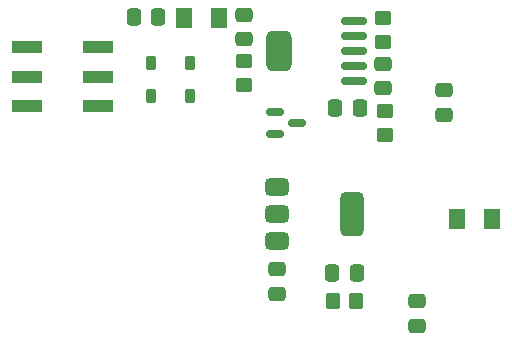
<source format=gbr>
%TF.GenerationSoftware,KiCad,Pcbnew,7.0.11-7.0.11~ubuntu22.04.1*%
%TF.CreationDate,2024-09-07T09:13:53-07:00*%
%TF.ProjectId,battery_pwr_brd_r3,62617474-6572-4795-9f70-77725f627264,rev?*%
%TF.SameCoordinates,Original*%
%TF.FileFunction,Paste,Top*%
%TF.FilePolarity,Positive*%
%FSLAX46Y46*%
G04 Gerber Fmt 4.6, Leading zero omitted, Abs format (unit mm)*
G04 Created by KiCad (PCBNEW 7.0.11-7.0.11~ubuntu22.04.1) date 2024-09-07 09:13:53*
%MOMM*%
%LPD*%
G01*
G04 APERTURE LIST*
G04 Aperture macros list*
%AMRoundRect*
0 Rectangle with rounded corners*
0 $1 Rounding radius*
0 $2 $3 $4 $5 $6 $7 $8 $9 X,Y pos of 4 corners*
0 Add a 4 corners polygon primitive as box body*
4,1,4,$2,$3,$4,$5,$6,$7,$8,$9,$2,$3,0*
0 Add four circle primitives for the rounded corners*
1,1,$1+$1,$2,$3*
1,1,$1+$1,$4,$5*
1,1,$1+$1,$6,$7*
1,1,$1+$1,$8,$9*
0 Add four rect primitives between the rounded corners*
20,1,$1+$1,$2,$3,$4,$5,0*
20,1,$1+$1,$4,$5,$6,$7,0*
20,1,$1+$1,$6,$7,$8,$9,0*
20,1,$1+$1,$8,$9,$2,$3,0*%
G04 Aperture macros list end*
%ADD10RoundRect,0.225000X0.225000X0.375000X-0.225000X0.375000X-0.225000X-0.375000X0.225000X-0.375000X0*%
%ADD11RoundRect,0.250001X-0.462499X-0.624999X0.462499X-0.624999X0.462499X0.624999X-0.462499X0.624999X0*%
%ADD12RoundRect,0.250000X-0.337500X-0.475000X0.337500X-0.475000X0.337500X0.475000X-0.337500X0.475000X0*%
%ADD13R,2.500000X1.000000*%
%ADD14RoundRect,0.250000X0.475000X-0.337500X0.475000X0.337500X-0.475000X0.337500X-0.475000X-0.337500X0*%
%ADD15RoundRect,0.150000X-0.587500X-0.150000X0.587500X-0.150000X0.587500X0.150000X-0.587500X0.150000X0*%
%ADD16RoundRect,0.250000X0.450000X-0.350000X0.450000X0.350000X-0.450000X0.350000X-0.450000X-0.350000X0*%
%ADD17RoundRect,0.250000X-0.450000X0.350000X-0.450000X-0.350000X0.450000X-0.350000X0.450000X0.350000X0*%
%ADD18RoundRect,0.250000X-0.350000X-0.450000X0.350000X-0.450000X0.350000X0.450000X-0.350000X0.450000X0*%
%ADD19RoundRect,0.250001X0.462499X0.624999X-0.462499X0.624999X-0.462499X-0.624999X0.462499X-0.624999X0*%
%ADD20RoundRect,0.250000X-0.475000X0.337500X-0.475000X-0.337500X0.475000X-0.337500X0.475000X0.337500X0*%
%ADD21RoundRect,0.375000X-0.625000X-0.375000X0.625000X-0.375000X0.625000X0.375000X-0.625000X0.375000X0*%
%ADD22RoundRect,0.500000X-0.500000X-1.400000X0.500000X-1.400000X0.500000X1.400000X-0.500000X1.400000X0*%
%ADD23RoundRect,0.150000X0.950000X0.150000X-0.950000X0.150000X-0.950000X-0.150000X0.950000X-0.150000X0*%
%ADD24RoundRect,0.537500X0.537500X1.187500X-0.537500X1.187500X-0.537500X-1.187500X0.537500X-1.187500X0*%
G04 APERTURE END LIST*
D10*
%TO.C,D4*%
X104722100Y-91806300D03*
X101422100Y-91806300D03*
%TD*%
%TO.C,D2*%
X104722100Y-94606300D03*
X101422100Y-94606300D03*
%TD*%
D11*
%TO.C,D1*%
X127334600Y-105006300D03*
X130309600Y-105006300D03*
%TD*%
D12*
%TO.C,C5*%
X116811750Y-109587550D03*
X118886750Y-109587550D03*
%TD*%
D13*
%TO.C,SW1*%
X90954600Y-95514800D03*
X90954600Y-93014800D03*
X90954600Y-90514800D03*
X96954600Y-95514800D03*
X96954600Y-93014800D03*
X96954600Y-90514800D03*
%TD*%
D14*
%TO.C,C3*%
X121107200Y-93976100D03*
X121107200Y-91901100D03*
%TD*%
%TO.C,C4*%
X112083450Y-111387050D03*
X112083450Y-109312050D03*
%TD*%
D12*
%TO.C,C1*%
X100003700Y-87909400D03*
X102078700Y-87909400D03*
%TD*%
D14*
%TO.C,C8*%
X123952000Y-114092900D03*
X123952000Y-112017900D03*
%TD*%
D15*
%TO.C,Q2*%
X111940100Y-95962300D03*
X111940100Y-97862300D03*
X113815100Y-96912300D03*
%TD*%
D16*
%TO.C,R2*%
X121235500Y-97902300D03*
X121235500Y-95902300D03*
%TD*%
D17*
%TO.C,R1*%
X109296200Y-91684600D03*
X109296200Y-93684600D03*
%TD*%
D18*
%TO.C,R3*%
X116850550Y-111976450D03*
X118850550Y-111976450D03*
%TD*%
D19*
%TO.C,FB1*%
X107202300Y-88061800D03*
X104227300Y-88061800D03*
%TD*%
D12*
%TO.C,C6*%
X117072500Y-95656400D03*
X119147500Y-95656400D03*
%TD*%
D20*
%TO.C,C7*%
X126290100Y-94137600D03*
X126290100Y-96212600D03*
%TD*%
D21*
%TO.C,U2*%
X112159250Y-102295850D03*
X112159250Y-104595850D03*
D22*
X118459250Y-104595850D03*
D21*
X112159250Y-106895850D03*
%TD*%
D17*
%TO.C,R4*%
X121083100Y-88053700D03*
X121083100Y-90053700D03*
%TD*%
D20*
%TO.C,C2*%
X109347000Y-87735500D03*
X109347000Y-89810500D03*
%TD*%
D23*
%TO.C,U1*%
X118605900Y-93345000D03*
X118605900Y-92075000D03*
X118605900Y-90805000D03*
X118605900Y-89535000D03*
X118605900Y-88265000D03*
D24*
X112305900Y-90805000D03*
%TD*%
M02*

</source>
